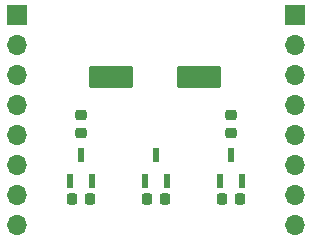
<source format=gts>
G04 #@! TF.GenerationSoftware,KiCad,Pcbnew,9.0.0*
G04 #@! TF.CreationDate,2025-04-06T21:13:16-04:00*
G04 #@! TF.ProjectId,MiniCamel_riser,4d696e69-4361-46d6-956c-5f7269736572,2.1*
G04 #@! TF.SameCoordinates,PX16e3600PY6052340*
G04 #@! TF.FileFunction,Soldermask,Top*
G04 #@! TF.FilePolarity,Negative*
%FSLAX46Y46*%
G04 Gerber Fmt 4.6, Leading zero omitted, Abs format (unit mm)*
G04 Created by KiCad (PCBNEW 9.0.0) date 2025-04-06 21:13:16*
%MOMM*%
%LPD*%
G01*
G04 APERTURE LIST*
G04 Aperture macros list*
%AMRoundRect*
0 Rectangle with rounded corners*
0 $1 Rounding radius*
0 $2 $3 $4 $5 $6 $7 $8 $9 X,Y pos of 4 corners*
0 Add a 4 corners polygon primitive as box body*
4,1,4,$2,$3,$4,$5,$6,$7,$8,$9,$2,$3,0*
0 Add four circle primitives for the rounded corners*
1,1,$1+$1,$2,$3*
1,1,$1+$1,$4,$5*
1,1,$1+$1,$6,$7*
1,1,$1+$1,$8,$9*
0 Add four rect primitives between the rounded corners*
20,1,$1+$1,$2,$3,$4,$5,0*
20,1,$1+$1,$4,$5,$6,$7,0*
20,1,$1+$1,$6,$7,$8,$9,0*
20,1,$1+$1,$8,$9,$2,$3,0*%
G04 Aperture macros list end*
%ADD10R,1.700000X1.700000*%
%ADD11O,1.700000X1.700000*%
%ADD12RoundRect,0.225000X0.225000X0.250000X-0.225000X0.250000X-0.225000X-0.250000X0.225000X-0.250000X0*%
%ADD13RoundRect,0.225000X-0.250000X0.225000X-0.250000X-0.225000X0.250000X-0.225000X0.250000X0.225000X0*%
%ADD14RoundRect,0.102000X-1.730000X0.800000X-1.730000X-0.800000X1.730000X-0.800000X1.730000X0.800000X0*%
%ADD15RoundRect,0.102000X-1.730000X0.805000X-1.730000X-0.805000X1.730000X-0.805000X1.730000X0.805000X0*%
%ADD16R,0.600000X1.200000*%
G04 APERTURE END LIST*
D10*
X38790000Y12360000D03*
D11*
X38790000Y9820000D03*
X38790000Y7280000D03*
X38790000Y4740000D03*
X38790000Y2200000D03*
X38790000Y-340000D03*
X38790000Y-2880000D03*
X38790000Y-5420000D03*
D10*
X62250000Y12360000D03*
D11*
X62250000Y9820000D03*
X62250000Y7280000D03*
X62250000Y4740000D03*
X62250000Y2200000D03*
X62250000Y-340000D03*
X62250000Y-2880000D03*
X62250000Y-5420000D03*
D12*
X44935000Y-3241843D03*
X43385000Y-3241843D03*
D13*
X44160000Y3950000D03*
X44160000Y2400000D03*
D14*
X46713511Y7160000D03*
D15*
X54173511Y7165000D03*
D12*
X57635000Y-3241843D03*
X56085000Y-3241843D03*
D13*
X56860000Y3950000D03*
X56860000Y2400000D03*
D12*
X51285000Y-3241843D03*
X49735000Y-3241843D03*
D16*
X49560000Y-1660000D03*
X51460000Y-1660000D03*
X50510000Y540000D03*
X43210000Y-1652832D03*
X45110000Y-1652832D03*
X44160000Y547168D03*
X55910000Y-1667168D03*
X57810000Y-1667168D03*
X56860000Y532832D03*
M02*

</source>
